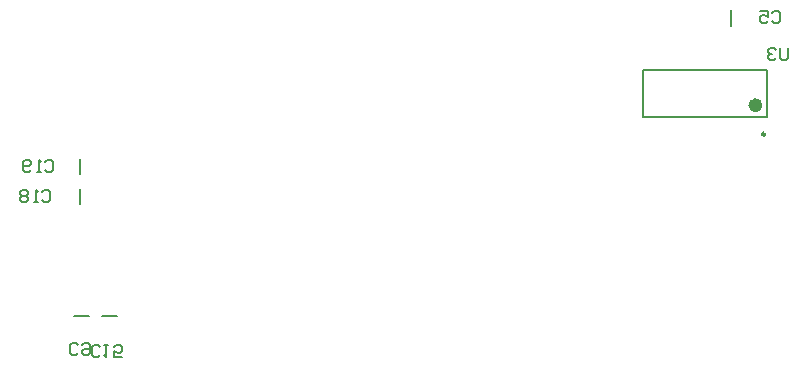
<source format=gbo>
%FSLAX25Y25*%
%MOIN*%
G70*
G01*
G75*
G04 Layer_Color=32896*
%ADD10C,0.01000*%
%ADD11C,0.02500*%
%ADD12C,0.03000*%
%ADD13R,0.07087X0.06299*%
%ADD14R,0.01575X0.09449*%
%ADD15R,0.05512X0.05906*%
%ADD16R,0.01181X0.04724*%
%ADD17R,0.04724X0.01181*%
%ADD18R,0.11811X0.11811*%
%ADD19R,0.05906X0.05512*%
%ADD20R,0.06299X0.05984*%
%ADD21R,0.05984X0.06299*%
%ADD22R,0.08268X0.12598*%
%ADD23R,0.08268X0.03543*%
%ADD24R,0.03937X0.17716*%
%ADD25O,0.07087X0.01181*%
%ADD26O,0.01181X0.07087*%
%ADD27R,0.17716X0.03937*%
%ADD28R,0.05906X0.05906*%
%ADD29C,0.05906*%
%ADD30C,0.06693*%
%ADD31R,0.05906X0.05906*%
%ADD32C,0.19685*%
%ADD33O,0.06299X0.09843*%
%ADD34R,0.06299X0.09843*%
%ADD35C,0.04724*%
%ADD36C,0.03543*%
%ADD37C,0.03500*%
%ADD38O,0.01378X0.08268*%
%ADD39C,0.00984*%
%ADD40C,0.02362*%
%ADD41C,0.00394*%
%ADD42C,0.00787*%
%ADD43C,0.00800*%
%ADD44R,0.07887X0.07099*%
%ADD45R,0.02375X0.10249*%
%ADD46R,0.06312X0.06706*%
%ADD47R,0.01981X0.05524*%
%ADD48R,0.05524X0.01981*%
%ADD49R,0.12611X0.12611*%
%ADD50R,0.06706X0.06312*%
%ADD51R,0.07099X0.06784*%
%ADD52R,0.06784X0.07099*%
%ADD53R,0.09068X0.13398*%
%ADD54R,0.09068X0.04343*%
%ADD55R,0.04737X0.18517*%
%ADD56O,0.07887X0.01981*%
%ADD57O,0.01981X0.07887*%
%ADD58R,0.18517X0.04737*%
%ADD59R,0.06706X0.06706*%
%ADD60C,0.06706*%
%ADD61C,0.07493*%
%ADD62R,0.06706X0.06706*%
%ADD63C,0.20485*%
%ADD64O,0.07099X0.10642*%
%ADD65R,0.07099X0.10642*%
%ADD66C,0.05524*%
%ADD67C,0.04343*%
%ADD68C,0.04300*%
%ADD69O,0.02178X0.09068*%
D39*
X291634Y232480D02*
G03*
X291634Y232480I-492J0D01*
G01*
D40*
X289567Y242126D02*
G03*
X289567Y242126I-1181J0D01*
G01*
D42*
X61241Y171900D02*
X66359D01*
X70541D02*
X75659D01*
X63400Y219241D02*
Y224359D01*
Y209241D02*
Y214359D01*
X250984Y238189D02*
X292323D01*
X250984Y253937D02*
X292323D01*
Y238189D02*
Y253937D01*
X250984Y238189D02*
Y253937D01*
X280315Y268701D02*
Y273819D01*
D43*
X62466Y159568D02*
X61799Y158901D01*
X60466D01*
X59800Y159568D01*
Y162233D01*
X60466Y162900D01*
X61799D01*
X62466Y162233D01*
X63799D02*
X64465Y162900D01*
X65798D01*
X66465Y162233D01*
Y159568D01*
X65798Y158901D01*
X64465D01*
X63799Y159568D01*
Y160234D01*
X64465Y160901D01*
X66465D01*
X70066Y158868D02*
X69399Y158201D01*
X68066D01*
X67400Y158868D01*
Y161533D01*
X68066Y162200D01*
X69399D01*
X70066Y161533D01*
X71399Y162200D02*
X72732D01*
X72065D01*
Y158201D01*
X71399Y158868D01*
X77397Y158201D02*
X74731D01*
Y160201D01*
X76064Y159534D01*
X76730D01*
X77397Y160201D01*
Y161533D01*
X76730Y162200D01*
X75397D01*
X74731Y161533D01*
X51734Y223132D02*
X52401Y223799D01*
X53734D01*
X54400Y223132D01*
Y220466D01*
X53734Y219800D01*
X52401D01*
X51734Y220466D01*
X50401Y219800D02*
X49068D01*
X49735D01*
Y223799D01*
X50401Y223132D01*
X47069Y220466D02*
X46403Y219800D01*
X45070D01*
X44403Y220466D01*
Y223132D01*
X45070Y223799D01*
X46403D01*
X47069Y223132D01*
Y222466D01*
X46403Y221799D01*
X44403D01*
X50734Y213132D02*
X51401Y213799D01*
X52734D01*
X53400Y213132D01*
Y210466D01*
X52734Y209800D01*
X51401D01*
X50734Y210466D01*
X49401Y209800D02*
X48068D01*
X48735D01*
Y213799D01*
X49401Y213132D01*
X46069D02*
X45403Y213799D01*
X44070D01*
X43403Y213132D01*
Y212466D01*
X44070Y211799D01*
X43403Y211133D01*
Y210466D01*
X44070Y209800D01*
X45403D01*
X46069Y210466D01*
Y211133D01*
X45403Y211799D01*
X46069Y212466D01*
Y213132D01*
X45403Y211799D02*
X44070D01*
X299213Y261085D02*
Y257753D01*
X298546Y257087D01*
X297213D01*
X296547Y257753D01*
Y261085D01*
X295214Y260419D02*
X294547Y261085D01*
X293215D01*
X292548Y260419D01*
Y259752D01*
X293215Y259086D01*
X293881D01*
X293215D01*
X292548Y258419D01*
Y257753D01*
X293215Y257087D01*
X294547D01*
X295214Y257753D01*
X293791Y273017D02*
X294457Y273684D01*
X295790D01*
X296457Y273017D01*
Y270352D01*
X295790Y269685D01*
X294457D01*
X293791Y270352D01*
X289792Y273684D02*
X292458D01*
Y271684D01*
X291125Y272351D01*
X290459D01*
X289792Y271684D01*
Y270352D01*
X290459Y269685D01*
X291792D01*
X292458Y270352D01*
M02*

</source>
